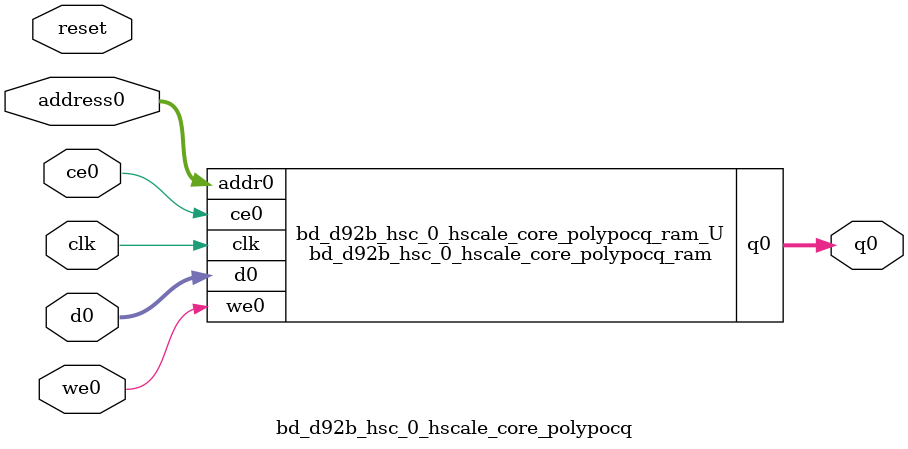
<source format=v>
`timescale 1 ns / 1 ps
module bd_d92b_hsc_0_hscale_core_polypocq_ram (addr0, ce0, d0, we0, q0,  clk);

parameter DWIDTH = 16;
parameter AWIDTH = 6;
parameter MEM_SIZE = 64;

input[AWIDTH-1:0] addr0;
input ce0;
input[DWIDTH-1:0] d0;
input we0;
output reg[DWIDTH-1:0] q0;
input clk;

(* ram_style = "distributed" *)reg [DWIDTH-1:0] ram[0:MEM_SIZE-1];




always @(posedge clk)  
begin 
    if (ce0) begin
        if (we0) 
            ram[addr0] <= d0; 
        q0 <= ram[addr0];
    end
end


endmodule

`timescale 1 ns / 1 ps
module bd_d92b_hsc_0_hscale_core_polypocq(
    reset,
    clk,
    address0,
    ce0,
    we0,
    d0,
    q0);

parameter DataWidth = 32'd16;
parameter AddressRange = 32'd64;
parameter AddressWidth = 32'd6;
input reset;
input clk;
input[AddressWidth - 1:0] address0;
input ce0;
input we0;
input[DataWidth - 1:0] d0;
output[DataWidth - 1:0] q0;



bd_d92b_hsc_0_hscale_core_polypocq_ram bd_d92b_hsc_0_hscale_core_polypocq_ram_U(
    .clk( clk ),
    .addr0( address0 ),
    .ce0( ce0 ),
    .we0( we0 ),
    .d0( d0 ),
    .q0( q0 ));

endmodule


</source>
